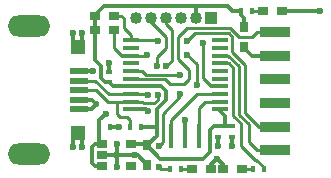
<source format=gbr>
G04 GENERATED BY PULSONIX 7.0 GERBER.DLL 4573*
%INI2C_TO_USB_BRIDGE_V1_0_2*%
%LNGERBER_TOP*%
%FSLAX33Y33*%
%IPPOS*%
%LPD*%
%OFA0B0*%
%MOMM*%
%ADD14C,1.016*%
%ADD90R,0.762X0.813*%
%ADD96R,0.400X0.600*%
%ADD146C,0.250*%
%ADD180C,0.600*%
%ADD339R,1.200X1.200*%
%ADD527C,0.350*%
%ADD5695R,0.400X2.000*%
%ADD6176R,0.813X0.762*%
%ADD6177R,1.445X0.406*%
%ADD6178R,0.902X0.648*%
%ADD6179R,1.500X0.500*%
%ADD6180O,3.600X1.800*%
%AMT6181*0 Rounded Rectangle pad*4,1,32,-0.508,0.381,-0.508,-0.381,-0.505,-0.409,-0.495,-0.436,-0.480,-0.460,-0.460,-0.480,-0.436,-0.495,-0.409,-0.505,-0.381,-0.508,0.381,-0.508,0.409,-0.505,0.436,-0.495,0.460,-0.480,0.480,-0.460,0.495,-0.436,0.505,-0.409,0.508,-0.381,0.508,0.381,0.505,0.409,0.495,0.436,0.480,0.460,0.460,0.480,0.436,0.495,0.409,0.505,0.381,0.508,-0.381,0.508,-0.409,0.505,-0.436,0.495,-0.460,0.480,-0.480,0.460,-0.495,0.436,-0.505,0.409,-0.508,0.381,0*%
%ADD6181T6181*%
%ADD6182R,0.600X0.400*%
%ADD6183R,2.500X0.900*%
X0Y0D02*
D02*
D14*
X127078Y132028D03*
X128348D03*
X129618D03*
X130888D03*
X132158D03*
D02*
D90*
X128053Y119615D03*
Y121240D03*
X136253Y129615D03*
Y131240D03*
D02*
D96*
X124003Y122828D03*
X124903D03*
X126603D03*
X127503D03*
X130003Y119228D03*
X130903D03*
X136003Y132628D03*
X136903D03*
X137003Y119228D03*
X137903D03*
D02*
D146*
X125266Y132228D02*
X125853D01*
X126053Y132028*
Y131228*
X126703Y130577*
Y130158*
X125453Y124958D02*
Y123928D01*
X125753Y123628*
X126353*
X126603Y123378*
Y122828*
X125453Y124958D02*
X124723D01*
X123753Y125928*
X122303*
X126703Y124958D02*
X127623D01*
X127753Y124828*
X128653*
X128953Y125128*
Y125528*
X126703Y124958D02*
X125453D01*
X126703Y125608D02*
X128073D01*
X128153Y125528*
X126703Y125608D02*
X124773D01*
X123653Y126728*
X122303*
X126703Y127558D02*
X127623D01*
X127953Y127228*
X130853*
X126703Y128857D02*
X125923D01*
X125266Y129515*
Y131028*
X126703Y128857D02*
X127983D01*
X128053Y128928*
X126703Y130158D02*
X128953D01*
Y130128*
X128348Y132028D02*
Y131733D01*
X129653Y130428*
Y129528*
X128853Y128727*
Y127928*
X129618Y132028D02*
Y131563D01*
X130153Y131028*
Y128428*
X129653Y127928*
X130003Y119228D02*
X129253D01*
X129053Y119428*
X130853Y125628D02*
Y125428D01*
X129353Y123928*
Y121528*
X129053Y121228*
X130903Y119228D02*
X131840D01*
X131453Y128928D02*
X132253Y128128D01*
Y126328*
X134203Y124958D02*
X132983D01*
X132453Y124428*
Y122028*
X134203Y125608D02*
X132233D01*
X130053Y123428*
Y122028*
X134203Y126258D02*
X133423D01*
X132753Y126928*
Y129928*
X134203Y128208D02*
X134973D01*
X135353Y127828*
Y123728*
X135953Y123128*
Y121228*
X137153Y120028*
X137253*
X137903Y119378*
Y119228*
X136903Y132628D02*
X137840D01*
X137003Y119228D02*
X136066D01*
X138853Y120828D02*
X137353D01*
X136653Y121528*
Y123028*
X135853Y123828*
Y127928*
X134923Y128857*
X134203*
X138853Y122828D02*
X137553D01*
X136353Y124028*
Y128028*
X135253Y129128*
Y130428*
X134953Y130727*
X132053*
X131453Y130128*
X138853Y122828D02*
X139553D01*
X138853Y130827D02*
X137353D01*
X136953Y130428*
X135853*
X135053Y131228*
X131453*
X130653Y130428*
Y128528*
X131553Y127628*
Y126828*
X131153Y126428*
X129953*
X129553Y126828*
X127753*
X127673Y126908*
X126703*
D02*
D180*
X121753Y121128D03*
Y130727D03*
X122553Y121128D03*
Y130727D03*
X123453Y127528D03*
X123753Y124728D03*
X124553Y123928D03*
X124853Y128227D03*
X125453Y119428D03*
Y120428D03*
Y121328D03*
X125653Y122828D03*
X127053Y120428D03*
X128053Y128928D03*
X128153Y124128D03*
Y125528D03*
X128853Y127928D03*
X128953Y125528D03*
Y130128D03*
X129053Y119428D03*
Y121228D03*
X129653Y127928D03*
X130853Y125628D03*
Y127228D03*
X130888Y132028D03*
X131253Y123428D03*
X131453Y128928D03*
Y130128D03*
X132253Y126328D03*
X132753Y129928D03*
X133428Y132028D03*
X133953Y120128D03*
X134053Y121228D03*
X135253D03*
X138153Y120828D03*
Y130827D03*
X139553Y122828D03*
Y124828D03*
Y126828D03*
Y128827D03*
X142653Y132628D03*
D02*
D339*
X122153Y122278D03*
Y129577D03*
D02*
D527*
Y122278D02*
X122553Y121878D01*
Y121128*
X122153Y122278D02*
X121753Y121878D01*
Y121128*
X122153Y129577D02*
X122553Y129977D01*
Y130727*
X122153Y129577D02*
X121753Y129977D01*
Y130727*
X122303Y127528D02*
X123453D01*
X123640Y131028D02*
Y132228D01*
X123753Y124728D02*
X123353Y124328D01*
X122303*
X123753Y124728D02*
X123353Y125128D01*
X122303*
X124003Y122828D02*
Y123378D01*
X124553Y123928*
X124259Y121393D02*
X123618D01*
X123353Y121128*
Y119728*
X123618Y119462*
X124259*
Y121393D02*
X124003Y121649D01*
Y122828*
X124853Y126578D02*
X124503D01*
X124153Y126928*
Y127928*
X123640Y128440*
Y131028*
X124853Y127478D02*
Y128227D01*
X124903Y122828D02*
X125653D01*
X125453Y120428D02*
Y119428D01*
Y120428D02*
Y121328D01*
Y120428D02*
X124259D01*
X126703Y124308D02*
X127973D01*
X128153Y124128*
X126703Y126258D02*
X125173D01*
X124853Y126578*
X127053Y120428D02*
X125453D01*
X127053D02*
X127253D01*
X128053Y119628*
Y119615*
Y121240D02*
X129166Y120128D01*
X132753*
X133353Y120728*
Y122528*
X133703Y122878*
X134653*
X128053Y121240D02*
X127901Y121393D01*
X126647*
X128853Y122828D02*
Y124328D01*
X129653Y125128*
Y125828*
X129223Y126258*
X126703*
X128853Y122828D02*
X127503D01*
X128853D02*
Y122040D01*
X128053Y121240*
X131253Y123428D02*
Y122028D01*
X132163Y133028D02*
X132158Y133023D01*
Y132028*
X132163Y133028D02*
X124353D01*
X123640Y132315*
Y132228*
X133953Y120128D02*
X133466Y119640D01*
Y119228*
X134053Y121978D02*
Y121228D01*
X134203Y124308D02*
Y124178D01*
X134653Y123728*
Y122878*
X134440Y119228D02*
Y119640D01*
X133953Y120128*
X134653Y122878D02*
X135253D01*
Y121978D02*
Y121228D01*
X136003Y132628D02*
Y132278D01*
X136253Y132028*
Y131240*
X136003Y132628D02*
X135253D01*
X134853Y133028*
X132163*
X136253Y129615D02*
Y129528D01*
X136953Y128827*
X138853*
X139466Y132628D02*
X142653D01*
X139553Y128827D02*
X138853D01*
D02*
D5695*
X130053Y122028D03*
X131253D03*
X132453D03*
D02*
D6176*
X123640Y131028D03*
Y132228D03*
X125266Y131028D03*
Y132228D03*
X131840Y119228D03*
X133466D03*
X134440D03*
X136066D03*
X137840Y132628D03*
X139466D03*
D02*
D6177*
X126703Y124308D03*
Y124958D03*
Y125608D03*
Y126258D03*
Y126908D03*
Y127558D03*
Y128208D03*
Y128857D03*
Y129508D03*
Y130158D03*
X134203Y124308D03*
Y124958D03*
Y125608D03*
Y126258D03*
Y126908D03*
Y127558D03*
Y128208D03*
Y128857D03*
Y129508D03*
Y130158D03*
D02*
D6178*
X124259Y119462D03*
Y120428D03*
Y121393D03*
X126647Y119462D03*
Y121393D03*
D02*
D6179*
X122303Y124328D03*
Y125128D03*
Y125928D03*
Y126728D03*
Y127528D03*
D02*
D6180*
X118053Y120478D03*
Y131378D03*
D02*
D6181*
X133428Y132028D03*
D02*
D6182*
X124853Y126578D03*
Y127478D03*
X134053Y121978D03*
Y122878D03*
X135253Y121978D03*
Y122878D03*
D02*
D6183*
X138853Y120828D03*
Y122828D03*
Y124828D03*
Y126828D03*
Y128827D03*
Y130827D03*
X0Y0D02*
M02*

</source>
